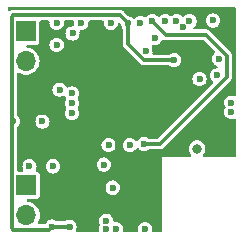
<source format=gbr>
%TF.GenerationSoftware,KiCad,Pcbnew,7.0.10*%
%TF.CreationDate,2024-03-11T17:01:08-07:00*%
%TF.ProjectId,P2.0,50322e30-2e6b-4696-9361-645f70636258,rev?*%
%TF.SameCoordinates,Original*%
%TF.FileFunction,Copper,L3,Inr*%
%TF.FilePolarity,Positive*%
%FSLAX46Y46*%
G04 Gerber Fmt 4.6, Leading zero omitted, Abs format (unit mm)*
G04 Created by KiCad (PCBNEW 7.0.10) date 2024-03-11 17:01:08*
%MOMM*%
%LPD*%
G01*
G04 APERTURE LIST*
%TA.AperFunction,ComponentPad*%
%ADD10R,1.700000X1.700000*%
%TD*%
%TA.AperFunction,ComponentPad*%
%ADD11O,1.700000X1.700000*%
%TD*%
%TA.AperFunction,ViaPad*%
%ADD12C,0.600000*%
%TD*%
%TA.AperFunction,ViaPad*%
%ADD13C,0.800000*%
%TD*%
%TA.AperFunction,Conductor*%
%ADD14C,0.300000*%
%TD*%
G04 APERTURE END LIST*
D10*
%TO.N,/EEG-*%
%TO.C,J1*%
X76500000Y-51750000D03*
D11*
%TO.N,/EEG+*%
X76500000Y-54290000D03*
%TD*%
D10*
%TO.N,Net-(BT1-+)*%
%TO.C,BT1*%
X76525000Y-64800000D03*
D11*
%TO.N,GND*%
X76525000Y-67340000D03*
%TD*%
D12*
%TO.N,GND*%
X87450000Y-52300000D03*
X83850000Y-65000000D03*
X83500000Y-61400000D03*
X86650000Y-53400000D03*
X88300000Y-50900000D03*
X77900000Y-59400000D03*
X90350000Y-50900000D03*
X92850000Y-54100000D03*
X79350000Y-56700000D03*
X83700000Y-51050000D03*
X78800000Y-63200000D03*
X80400000Y-58700000D03*
X93900000Y-58600000D03*
X85300000Y-61400000D03*
X89800000Y-51400000D03*
X92350000Y-50850000D03*
X89250000Y-50900000D03*
X76800000Y-63200000D03*
X79100000Y-51050000D03*
X83300000Y-68500000D03*
X86200000Y-51050000D03*
D13*
X91000000Y-61700000D03*
D12*
X84100000Y-68500000D03*
X83300000Y-67800000D03*
X83100000Y-63050000D03*
X79100000Y-52900000D03*
X80450000Y-51950000D03*
X81200000Y-51050000D03*
X91200000Y-55800000D03*
X86600000Y-68500000D03*
%TO.N,+3V3*%
X84300000Y-61400000D03*
X90200000Y-60100000D03*
X83900000Y-64000000D03*
X87450000Y-53300000D03*
X77050000Y-55750000D03*
X80400000Y-59500000D03*
X77950000Y-55750000D03*
X85200000Y-64000000D03*
X80250000Y-52900000D03*
%TO.N,Net-(C3-Pad2)*%
X93900000Y-57800000D03*
%TO.N,Net-(C5-Pad1)*%
X87200000Y-50900000D03*
X86500000Y-61300000D03*
%TO.N,Net-(U2-IN2-)*%
X92700000Y-55500000D03*
%TO.N,STAGE_3_OUT*%
X80400000Y-57025000D03*
X80400000Y-57875000D03*
%TO.N,-3V3*%
X89050000Y-54200000D03*
X85150000Y-51100000D03*
X80200000Y-68300000D03*
X75400000Y-59400000D03*
X78700000Y-68300000D03*
%TD*%
D14*
%TO.N,Net-(C5-Pad1)*%
X87819239Y-61300000D02*
X86500000Y-61300000D01*
X93500000Y-55619239D02*
X87819239Y-61300000D01*
X91719239Y-52050000D02*
X93500000Y-53830761D01*
X93500000Y-53830761D02*
X93500000Y-55619239D01*
X88350000Y-52050000D02*
X91719239Y-52050000D01*
X87200000Y-50900000D02*
X88350000Y-52050000D01*
%TO.N,-3V3*%
X84450000Y-50400000D02*
X85150000Y-51100000D01*
X75300000Y-68450000D02*
X75300000Y-59500000D01*
X75300000Y-59500000D02*
X75400000Y-59400000D01*
X75450000Y-50400000D02*
X84450000Y-50400000D01*
X75400000Y-68550000D02*
X75300000Y-68450000D01*
X86530761Y-54200000D02*
X89050000Y-54200000D01*
X78700000Y-68300000D02*
X80200000Y-68300000D01*
X75300000Y-50550000D02*
X75450000Y-50400000D01*
X75400000Y-59400000D02*
X75300000Y-59300000D01*
X78450000Y-68550000D02*
X75400000Y-68550000D01*
X75300000Y-59300000D02*
X75300000Y-50550000D01*
X78700000Y-68300000D02*
X78450000Y-68550000D01*
X85150000Y-51100000D02*
X85150000Y-52819239D01*
X85150000Y-52819239D02*
X86530761Y-54200000D01*
%TD*%
%TA.AperFunction,Conductor*%
%TO.N,+3V3*%
G36*
X75435500Y-49710509D02*
G01*
X75451993Y-49702359D01*
X75473387Y-49700500D01*
X84381162Y-49700500D01*
X84400419Y-49706154D01*
X84403558Y-49704300D01*
X84434019Y-49700500D01*
X94175500Y-49700500D01*
X94242539Y-49720185D01*
X94288294Y-49772989D01*
X94299500Y-49824500D01*
X94299500Y-57129922D01*
X94279815Y-57196961D01*
X94227011Y-57242716D01*
X94157853Y-57252660D01*
X94128048Y-57244483D01*
X94056765Y-57214957D01*
X94056760Y-57214955D01*
X93900001Y-57194318D01*
X93899999Y-57194318D01*
X93743239Y-57214955D01*
X93743237Y-57214956D01*
X93597160Y-57275463D01*
X93471718Y-57371718D01*
X93375463Y-57497160D01*
X93314956Y-57643237D01*
X93314955Y-57643239D01*
X93294318Y-57799998D01*
X93294318Y-57800001D01*
X93314955Y-57956760D01*
X93314956Y-57956762D01*
X93375464Y-58102841D01*
X93392095Y-58124516D01*
X93417287Y-58189686D01*
X93403247Y-58258130D01*
X93392095Y-58275484D01*
X93375464Y-58297158D01*
X93314956Y-58443237D01*
X93314955Y-58443239D01*
X93294318Y-58599998D01*
X93294318Y-58600001D01*
X93314955Y-58756760D01*
X93314956Y-58756762D01*
X93356376Y-58856760D01*
X93375464Y-58902841D01*
X93471718Y-59028282D01*
X93597159Y-59124536D01*
X93743238Y-59185044D01*
X93821619Y-59195363D01*
X93899999Y-59205682D01*
X93900000Y-59205682D01*
X93900001Y-59205682D01*
X93952254Y-59198802D01*
X94056762Y-59185044D01*
X94128049Y-59155515D01*
X94197516Y-59148047D01*
X94259995Y-59179322D01*
X94295648Y-59239410D01*
X94299500Y-59270077D01*
X94299500Y-62263500D01*
X94279815Y-62330539D01*
X94227011Y-62376294D01*
X94175500Y-62387500D01*
X91607300Y-62387500D01*
X91540261Y-62367815D01*
X91494506Y-62315011D01*
X91484562Y-62245853D01*
X91513587Y-62182297D01*
X91525072Y-62170686D01*
X91528181Y-62167931D01*
X91528181Y-62167930D01*
X91528183Y-62167929D01*
X91624818Y-62027930D01*
X91685140Y-61868872D01*
X91705645Y-61700000D01*
X91685140Y-61531128D01*
X91624818Y-61372070D01*
X91528183Y-61232071D01*
X91400852Y-61119266D01*
X91400849Y-61119263D01*
X91250226Y-61040210D01*
X91085056Y-60999500D01*
X90914944Y-60999500D01*
X90749773Y-61040210D01*
X90599150Y-61119263D01*
X90471816Y-61232072D01*
X90375182Y-61372068D01*
X90314860Y-61531125D01*
X90314859Y-61531130D01*
X90294355Y-61700000D01*
X90314859Y-61868869D01*
X90314860Y-61868874D01*
X90375182Y-62027931D01*
X90471818Y-62167931D01*
X90474928Y-62170686D01*
X90476550Y-62173271D01*
X90476791Y-62173544D01*
X90476745Y-62173584D01*
X90512054Y-62229876D01*
X90511286Y-62299741D01*
X90472867Y-62358100D01*
X90408996Y-62386425D01*
X90392700Y-62387500D01*
X88000000Y-62387500D01*
X88000000Y-68675500D01*
X87980315Y-68742539D01*
X87927511Y-68788294D01*
X87876000Y-68799500D01*
X87307647Y-68799500D01*
X87240608Y-68779815D01*
X87194853Y-68727011D01*
X87184708Y-68659315D01*
X87205682Y-68500001D01*
X87205682Y-68499998D01*
X87185044Y-68343239D01*
X87185044Y-68343238D01*
X87124536Y-68197159D01*
X87028282Y-68071718D01*
X86902841Y-67975464D01*
X86860324Y-67957853D01*
X86756762Y-67914956D01*
X86756760Y-67914955D01*
X86600001Y-67894318D01*
X86599999Y-67894318D01*
X86443239Y-67914955D01*
X86443237Y-67914956D01*
X86297160Y-67975463D01*
X86171718Y-68071718D01*
X86075463Y-68197160D01*
X86014956Y-68343237D01*
X86014955Y-68343239D01*
X85994318Y-68499998D01*
X85994318Y-68500001D01*
X86015292Y-68659315D01*
X86004526Y-68728350D01*
X85958146Y-68780606D01*
X85892353Y-68799500D01*
X84807647Y-68799500D01*
X84740608Y-68779815D01*
X84694853Y-68727011D01*
X84684708Y-68659315D01*
X84705682Y-68500001D01*
X84705682Y-68499998D01*
X84685044Y-68343239D01*
X84685044Y-68343238D01*
X84624536Y-68197159D01*
X84528282Y-68071718D01*
X84402841Y-67975464D01*
X84360324Y-67957853D01*
X84256762Y-67914956D01*
X84256760Y-67914955D01*
X84100001Y-67894318D01*
X84099999Y-67894318D01*
X84044137Y-67901672D01*
X83975101Y-67890906D01*
X83922846Y-67844526D01*
X83905013Y-67794918D01*
X83885044Y-67643239D01*
X83885044Y-67643238D01*
X83824536Y-67497159D01*
X83728282Y-67371718D01*
X83602841Y-67275464D01*
X83456762Y-67214956D01*
X83456760Y-67214955D01*
X83300001Y-67194318D01*
X83299999Y-67194318D01*
X83143239Y-67214955D01*
X83143237Y-67214956D01*
X82997160Y-67275463D01*
X82871718Y-67371718D01*
X82775463Y-67497160D01*
X82714956Y-67643237D01*
X82714955Y-67643239D01*
X82694318Y-67799998D01*
X82694318Y-67800001D01*
X82714955Y-67956760D01*
X82714957Y-67956765D01*
X82775342Y-68102548D01*
X82782811Y-68172017D01*
X82775342Y-68197452D01*
X82714957Y-68343234D01*
X82714955Y-68343239D01*
X82694318Y-68499998D01*
X82694318Y-68500001D01*
X82715292Y-68659315D01*
X82704526Y-68728350D01*
X82658146Y-68780606D01*
X82592353Y-68799500D01*
X80825082Y-68799500D01*
X80758043Y-68779815D01*
X80712288Y-68727011D01*
X80702344Y-68657853D01*
X80722141Y-68610845D01*
X80720472Y-68609881D01*
X80724534Y-68602843D01*
X80724536Y-68602841D01*
X80785044Y-68456762D01*
X80805682Y-68300000D01*
X80785044Y-68143238D01*
X80724536Y-67997159D01*
X80628282Y-67871718D01*
X80502841Y-67775464D01*
X80356762Y-67714956D01*
X80356760Y-67714955D01*
X80200001Y-67694318D01*
X80199999Y-67694318D01*
X80043239Y-67714955D01*
X80043237Y-67714956D01*
X79897157Y-67775464D01*
X79834067Y-67823876D01*
X79768898Y-67849070D01*
X79758581Y-67849500D01*
X79141419Y-67849500D01*
X79074380Y-67829815D01*
X79065933Y-67823876D01*
X79002842Y-67775464D01*
X78856762Y-67714956D01*
X78856760Y-67714955D01*
X78700001Y-67694318D01*
X78699999Y-67694318D01*
X78543239Y-67714955D01*
X78543237Y-67714956D01*
X78397160Y-67775463D01*
X78271718Y-67871718D01*
X78175462Y-67997161D01*
X78164780Y-68022952D01*
X78120939Y-68077356D01*
X78054645Y-68099421D01*
X78050219Y-68099500D01*
X77632322Y-68099500D01*
X77565283Y-68079815D01*
X77519528Y-68027011D01*
X77509584Y-67957853D01*
X77521321Y-67920229D01*
X77535922Y-67890906D01*
X77602405Y-67757389D01*
X77660756Y-67552310D01*
X77680429Y-67340000D01*
X77660756Y-67127690D01*
X77602405Y-66922611D01*
X77602403Y-66922606D01*
X77602403Y-66922605D01*
X77507367Y-66731746D01*
X77378872Y-66561593D01*
X77221302Y-66417948D01*
X77040019Y-66305702D01*
X77040017Y-66305701D01*
X76880083Y-66243743D01*
X76841198Y-66228679D01*
X76668453Y-66196387D01*
X76606174Y-66164720D01*
X76570901Y-66104407D01*
X76573835Y-66034599D01*
X76614044Y-65977459D01*
X76678762Y-65951128D01*
X76691240Y-65950499D01*
X77419856Y-65950499D01*
X77419864Y-65950499D01*
X77419879Y-65950497D01*
X77419882Y-65950497D01*
X77444987Y-65947586D01*
X77444988Y-65947585D01*
X77444991Y-65947585D01*
X77547765Y-65902206D01*
X77627206Y-65822765D01*
X77672585Y-65719991D01*
X77675500Y-65694865D01*
X77675500Y-65000001D01*
X83244318Y-65000001D01*
X83264955Y-65156760D01*
X83264956Y-65156762D01*
X83325464Y-65302841D01*
X83421718Y-65428282D01*
X83547159Y-65524536D01*
X83693238Y-65585044D01*
X83771619Y-65595363D01*
X83849999Y-65605682D01*
X83850000Y-65605682D01*
X83850001Y-65605682D01*
X83902254Y-65598802D01*
X84006762Y-65585044D01*
X84152841Y-65524536D01*
X84278282Y-65428282D01*
X84374536Y-65302841D01*
X84435044Y-65156762D01*
X84455682Y-65000000D01*
X84435044Y-64843238D01*
X84374536Y-64697159D01*
X84278282Y-64571718D01*
X84152841Y-64475464D01*
X84006762Y-64414956D01*
X84006760Y-64414955D01*
X83850001Y-64394318D01*
X83849999Y-64394318D01*
X83693239Y-64414955D01*
X83693237Y-64414956D01*
X83547160Y-64475463D01*
X83421718Y-64571718D01*
X83325463Y-64697160D01*
X83264956Y-64843237D01*
X83264955Y-64843239D01*
X83244318Y-64999998D01*
X83244318Y-65000001D01*
X77675500Y-65000001D01*
X77675499Y-63905136D01*
X77675497Y-63905117D01*
X77672586Y-63880012D01*
X77672585Y-63880010D01*
X77672585Y-63880009D01*
X77627206Y-63777235D01*
X77547765Y-63697794D01*
X77444993Y-63652415D01*
X77444986Y-63652413D01*
X77434046Y-63651144D01*
X77369723Y-63623862D01*
X77330361Y-63566135D01*
X77328457Y-63496291D01*
X77333772Y-63480542D01*
X77385044Y-63356762D01*
X77405682Y-63200001D01*
X78194318Y-63200001D01*
X78214955Y-63356760D01*
X78214956Y-63356762D01*
X78275464Y-63502841D01*
X78371718Y-63628282D01*
X78497159Y-63724536D01*
X78643238Y-63785044D01*
X78721619Y-63795363D01*
X78799999Y-63805682D01*
X78800000Y-63805682D01*
X78800001Y-63805682D01*
X78852254Y-63798802D01*
X78956762Y-63785044D01*
X79102841Y-63724536D01*
X79228282Y-63628282D01*
X79324536Y-63502841D01*
X79385044Y-63356762D01*
X79405682Y-63200000D01*
X79385934Y-63050001D01*
X82494318Y-63050001D01*
X82514955Y-63206760D01*
X82514956Y-63206762D01*
X82575464Y-63352841D01*
X82671718Y-63478282D01*
X82797159Y-63574536D01*
X82943238Y-63635044D01*
X83021619Y-63645363D01*
X83099999Y-63655682D01*
X83100000Y-63655682D01*
X83100001Y-63655682D01*
X83176216Y-63645648D01*
X83256762Y-63635044D01*
X83402841Y-63574536D01*
X83528282Y-63478282D01*
X83624536Y-63352841D01*
X83685044Y-63206762D01*
X83705682Y-63050000D01*
X83685044Y-62893238D01*
X83624536Y-62747159D01*
X83528282Y-62621718D01*
X83402841Y-62525464D01*
X83256762Y-62464956D01*
X83256760Y-62464955D01*
X83100001Y-62444318D01*
X83099999Y-62444318D01*
X82943239Y-62464955D01*
X82943237Y-62464956D01*
X82797160Y-62525463D01*
X82671718Y-62621718D01*
X82575463Y-62747160D01*
X82514956Y-62893237D01*
X82514955Y-62893239D01*
X82494318Y-63049998D01*
X82494318Y-63050001D01*
X79385934Y-63050001D01*
X79385044Y-63043238D01*
X79324536Y-62897159D01*
X79228282Y-62771718D01*
X79102841Y-62675464D01*
X78956762Y-62614956D01*
X78956760Y-62614955D01*
X78800001Y-62594318D01*
X78799999Y-62594318D01*
X78643239Y-62614955D01*
X78643237Y-62614956D01*
X78497160Y-62675463D01*
X78371718Y-62771718D01*
X78275463Y-62897160D01*
X78214956Y-63043237D01*
X78214955Y-63043239D01*
X78194318Y-63199998D01*
X78194318Y-63200001D01*
X77405682Y-63200001D01*
X77405682Y-63200000D01*
X77385044Y-63043238D01*
X77324536Y-62897159D01*
X77228282Y-62771718D01*
X77102841Y-62675464D01*
X76956762Y-62614956D01*
X76956760Y-62614955D01*
X76800001Y-62594318D01*
X76799999Y-62594318D01*
X76643239Y-62614955D01*
X76643237Y-62614956D01*
X76497160Y-62675463D01*
X76371718Y-62771718D01*
X76275463Y-62897160D01*
X76214956Y-63043237D01*
X76214955Y-63043239D01*
X76194318Y-63199998D01*
X76194318Y-63200001D01*
X76214955Y-63356760D01*
X76214956Y-63356762D01*
X76265194Y-63478047D01*
X76272663Y-63547517D01*
X76241388Y-63609996D01*
X76181299Y-63645648D01*
X76150633Y-63649500D01*
X75874500Y-63649500D01*
X75807461Y-63629815D01*
X75761706Y-63577011D01*
X75750500Y-63525500D01*
X75750500Y-61400001D01*
X82894318Y-61400001D01*
X82914955Y-61556760D01*
X82914956Y-61556762D01*
X82975207Y-61702222D01*
X82975464Y-61702841D01*
X83071718Y-61828282D01*
X83197159Y-61924536D01*
X83343238Y-61985044D01*
X83421619Y-61995363D01*
X83499999Y-62005682D01*
X83500000Y-62005682D01*
X83500001Y-62005682D01*
X83552254Y-61998802D01*
X83656762Y-61985044D01*
X83802841Y-61924536D01*
X83928282Y-61828282D01*
X84024536Y-61702841D01*
X84085044Y-61556762D01*
X84105682Y-61400000D01*
X84085044Y-61243238D01*
X84024536Y-61097159D01*
X83928282Y-60971718D01*
X83802841Y-60875464D01*
X83793797Y-60871718D01*
X83656762Y-60814956D01*
X83656760Y-60814955D01*
X83500001Y-60794318D01*
X83499999Y-60794318D01*
X83343239Y-60814955D01*
X83343237Y-60814956D01*
X83197160Y-60875463D01*
X83071718Y-60971718D01*
X82975463Y-61097160D01*
X82914956Y-61243237D01*
X82914955Y-61243239D01*
X82894318Y-61399998D01*
X82894318Y-61400001D01*
X75750500Y-61400001D01*
X75750500Y-59949115D01*
X75770185Y-59882076D01*
X75799011Y-59850742D01*
X75828282Y-59828282D01*
X75924536Y-59702841D01*
X75985044Y-59556762D01*
X76005682Y-59400001D01*
X77294318Y-59400001D01*
X77314955Y-59556760D01*
X77314956Y-59556762D01*
X77375464Y-59702841D01*
X77471718Y-59828282D01*
X77597159Y-59924536D01*
X77743238Y-59985044D01*
X77821619Y-59995363D01*
X77899999Y-60005682D01*
X77900000Y-60005682D01*
X77900001Y-60005682D01*
X77952254Y-59998802D01*
X78056762Y-59985044D01*
X78202841Y-59924536D01*
X78328282Y-59828282D01*
X78424536Y-59702841D01*
X78485044Y-59556762D01*
X78505682Y-59400000D01*
X78485044Y-59243238D01*
X78424536Y-59097159D01*
X78328282Y-58971718D01*
X78202841Y-58875464D01*
X78157690Y-58856762D01*
X78056762Y-58814956D01*
X78056760Y-58814955D01*
X77900001Y-58794318D01*
X77899999Y-58794318D01*
X77743239Y-58814955D01*
X77743237Y-58814956D01*
X77597160Y-58875463D01*
X77471718Y-58971718D01*
X77375463Y-59097160D01*
X77314956Y-59243237D01*
X77314955Y-59243239D01*
X77294318Y-59399998D01*
X77294318Y-59400001D01*
X76005682Y-59400001D01*
X76005682Y-59400000D01*
X75985044Y-59243238D01*
X75924536Y-59097159D01*
X75828282Y-58971718D01*
X75828279Y-58971716D01*
X75828278Y-58971714D01*
X75799013Y-58949258D01*
X75757811Y-58892830D01*
X75750500Y-58850883D01*
X75750500Y-56700001D01*
X78744318Y-56700001D01*
X78764955Y-56856760D01*
X78764956Y-56856762D01*
X78825464Y-57002841D01*
X78921718Y-57128282D01*
X79047159Y-57224536D01*
X79193238Y-57285044D01*
X79271619Y-57295363D01*
X79349999Y-57305682D01*
X79350000Y-57305682D01*
X79350001Y-57305682D01*
X79402254Y-57298802D01*
X79506762Y-57285044D01*
X79652841Y-57224536D01*
X79661095Y-57218202D01*
X79726260Y-57193007D01*
X79794705Y-57207043D01*
X79844697Y-57255855D01*
X79851143Y-57269125D01*
X79875463Y-57327840D01*
X79911277Y-57374515D01*
X79936470Y-57439684D01*
X79922431Y-57508129D01*
X79911277Y-57525485D01*
X79875464Y-57572158D01*
X79814956Y-57718237D01*
X79814955Y-57718239D01*
X79794318Y-57874998D01*
X79794318Y-57875001D01*
X79814955Y-58031760D01*
X79814956Y-58031762D01*
X79875464Y-58177841D01*
X79884553Y-58189686D01*
X79901686Y-58212014D01*
X79926879Y-58277184D01*
X79912840Y-58345629D01*
X79901686Y-58362986D01*
X79875463Y-58397160D01*
X79814956Y-58543237D01*
X79814955Y-58543239D01*
X79794318Y-58699998D01*
X79794318Y-58700001D01*
X79814955Y-58856760D01*
X79814956Y-58856762D01*
X79875464Y-59002841D01*
X79971718Y-59128282D01*
X80097159Y-59224536D01*
X80243238Y-59285044D01*
X80321619Y-59295363D01*
X80399999Y-59305682D01*
X80400000Y-59305682D01*
X80400001Y-59305682D01*
X80452254Y-59298802D01*
X80556762Y-59285044D01*
X80702841Y-59224536D01*
X80828282Y-59128282D01*
X80924536Y-59002841D01*
X80985044Y-58856762D01*
X81005682Y-58700000D01*
X80985044Y-58543238D01*
X80924538Y-58397163D01*
X80924538Y-58397162D01*
X80924536Y-58397159D01*
X80898313Y-58362985D01*
X80873120Y-58297818D01*
X80887158Y-58229373D01*
X80898310Y-58212018D01*
X80924536Y-58177841D01*
X80985044Y-58031762D01*
X81005682Y-57875000D01*
X80985044Y-57718238D01*
X80924536Y-57572159D01*
X80924535Y-57572157D01*
X80888723Y-57525487D01*
X80863528Y-57460318D01*
X80877566Y-57391873D01*
X80888723Y-57374513D01*
X80924535Y-57327842D01*
X80924534Y-57327842D01*
X80924536Y-57327841D01*
X80985044Y-57181762D01*
X81005682Y-57025000D01*
X81002764Y-57002839D01*
X80985044Y-56868239D01*
X80985044Y-56868238D01*
X80924536Y-56722159D01*
X80828282Y-56596718D01*
X80702841Y-56500464D01*
X80556762Y-56439956D01*
X80556760Y-56439955D01*
X80400001Y-56419318D01*
X80399999Y-56419318D01*
X80243239Y-56439955D01*
X80243237Y-56439956D01*
X80097156Y-56500465D01*
X80088900Y-56506800D01*
X80023730Y-56531992D01*
X79955286Y-56517952D01*
X79905298Y-56469136D01*
X79898862Y-56455889D01*
X79874536Y-56397159D01*
X79778282Y-56271718D01*
X79652841Y-56175464D01*
X79506762Y-56114956D01*
X79506760Y-56114955D01*
X79350001Y-56094318D01*
X79349999Y-56094318D01*
X79193239Y-56114955D01*
X79193237Y-56114956D01*
X79047160Y-56175463D01*
X78921718Y-56271718D01*
X78825463Y-56397160D01*
X78764956Y-56543237D01*
X78764955Y-56543239D01*
X78744318Y-56699998D01*
X78744318Y-56700001D01*
X75750500Y-56700001D01*
X75750500Y-55800001D01*
X90594318Y-55800001D01*
X90614955Y-55956760D01*
X90614956Y-55956762D01*
X90671933Y-56094318D01*
X90675464Y-56102841D01*
X90771718Y-56228282D01*
X90897159Y-56324536D01*
X91043238Y-56385044D01*
X91121619Y-56395363D01*
X91199999Y-56405682D01*
X91200000Y-56405682D01*
X91200001Y-56405682D01*
X91264739Y-56397159D01*
X91356762Y-56385044D01*
X91502841Y-56324536D01*
X91628282Y-56228282D01*
X91724536Y-56102841D01*
X91785044Y-55956762D01*
X91805682Y-55800000D01*
X91785044Y-55643238D01*
X91724536Y-55497159D01*
X91628282Y-55371718D01*
X91502841Y-55275464D01*
X91356762Y-55214956D01*
X91356760Y-55214955D01*
X91200001Y-55194318D01*
X91199999Y-55194318D01*
X91043239Y-55214955D01*
X91043237Y-55214956D01*
X90897160Y-55275463D01*
X90771718Y-55371718D01*
X90675463Y-55497160D01*
X90614956Y-55643237D01*
X90614955Y-55643239D01*
X90594318Y-55799998D01*
X90594318Y-55800001D01*
X75750500Y-55800001D01*
X75750500Y-55401736D01*
X75770185Y-55334697D01*
X75822989Y-55288942D01*
X75892147Y-55278998D01*
X75939776Y-55296308D01*
X75984981Y-55324298D01*
X76183802Y-55401321D01*
X76393390Y-55440500D01*
X76393392Y-55440500D01*
X76606608Y-55440500D01*
X76606610Y-55440500D01*
X76816198Y-55401321D01*
X77015019Y-55324298D01*
X77196302Y-55212052D01*
X77353872Y-55068407D01*
X77482366Y-54898255D01*
X77508755Y-54845258D01*
X77577403Y-54707394D01*
X77577403Y-54707393D01*
X77577405Y-54707389D01*
X77635756Y-54502310D01*
X77655429Y-54290000D01*
X77635756Y-54077690D01*
X77577405Y-53872611D01*
X77577403Y-53872606D01*
X77577403Y-53872605D01*
X77482367Y-53681746D01*
X77353872Y-53511593D01*
X77313260Y-53474570D01*
X77196302Y-53367948D01*
X77015019Y-53255702D01*
X77015017Y-53255701D01*
X76878568Y-53202841D01*
X76816198Y-53178679D01*
X76643453Y-53146387D01*
X76581174Y-53114720D01*
X76545901Y-53054407D01*
X76548835Y-52984599D01*
X76589044Y-52927459D01*
X76653762Y-52901128D01*
X76666240Y-52900499D01*
X77394856Y-52900499D01*
X77394864Y-52900499D01*
X77394879Y-52900497D01*
X77394882Y-52900497D01*
X77399160Y-52900001D01*
X78494318Y-52900001D01*
X78514955Y-53056760D01*
X78514956Y-53056762D01*
X78546753Y-53133528D01*
X78575464Y-53202841D01*
X78671718Y-53328282D01*
X78797159Y-53424536D01*
X78943238Y-53485044D01*
X79021619Y-53495363D01*
X79099999Y-53505682D01*
X79100000Y-53505682D01*
X79100001Y-53505682D01*
X79152254Y-53498802D01*
X79256762Y-53485044D01*
X79402841Y-53424536D01*
X79528282Y-53328282D01*
X79624536Y-53202841D01*
X79685044Y-53056762D01*
X79704934Y-52905682D01*
X79705682Y-52900001D01*
X79705682Y-52899998D01*
X79685044Y-52743239D01*
X79685044Y-52743238D01*
X79624536Y-52597159D01*
X79528282Y-52471718D01*
X79402841Y-52375464D01*
X79256762Y-52314956D01*
X79256760Y-52314955D01*
X79100001Y-52294318D01*
X79099999Y-52294318D01*
X78943239Y-52314955D01*
X78943237Y-52314956D01*
X78797160Y-52375463D01*
X78671718Y-52471718D01*
X78575463Y-52597160D01*
X78514956Y-52743237D01*
X78514955Y-52743239D01*
X78494318Y-52899998D01*
X78494318Y-52900001D01*
X77399160Y-52900001D01*
X77419987Y-52897586D01*
X77419988Y-52897585D01*
X77419991Y-52897585D01*
X77522765Y-52852206D01*
X77602206Y-52772765D01*
X77647585Y-52669991D01*
X77650500Y-52644865D01*
X77650499Y-50974499D01*
X77670184Y-50907461D01*
X77722987Y-50861706D01*
X77774499Y-50850500D01*
X78379188Y-50850500D01*
X78446227Y-50870185D01*
X78491982Y-50922989D01*
X78502126Y-50990685D01*
X78494318Y-51050000D01*
X78494318Y-51050001D01*
X78514955Y-51206760D01*
X78514956Y-51206762D01*
X78573355Y-51347751D01*
X78575464Y-51352841D01*
X78671718Y-51478282D01*
X78797159Y-51574536D01*
X78943238Y-51635044D01*
X78977298Y-51639528D01*
X79099999Y-51655682D01*
X79100000Y-51655682D01*
X79100001Y-51655682D01*
X79164739Y-51647159D01*
X79256762Y-51635044D01*
X79402841Y-51574536D01*
X79528282Y-51478282D01*
X79624536Y-51352841D01*
X79685044Y-51206762D01*
X79700564Y-51088875D01*
X79705682Y-51050001D01*
X79705682Y-51050000D01*
X79697873Y-50990685D01*
X79708638Y-50921650D01*
X79755018Y-50869394D01*
X79820812Y-50850500D01*
X80479188Y-50850500D01*
X80546227Y-50870185D01*
X80591982Y-50922989D01*
X80602126Y-50990685D01*
X80594318Y-51050000D01*
X80594318Y-51050001D01*
X80615201Y-51208627D01*
X80604435Y-51277662D01*
X80558055Y-51329918D01*
X80490786Y-51348803D01*
X80476077Y-51347751D01*
X80450001Y-51344318D01*
X80449999Y-51344318D01*
X80293239Y-51364955D01*
X80293237Y-51364956D01*
X80147160Y-51425463D01*
X80021718Y-51521718D01*
X79925463Y-51647160D01*
X79864956Y-51793237D01*
X79864955Y-51793239D01*
X79844318Y-51949998D01*
X79844318Y-51950001D01*
X79864955Y-52106760D01*
X79864956Y-52106762D01*
X79925464Y-52252841D01*
X80021718Y-52378282D01*
X80147159Y-52474536D01*
X80293238Y-52535044D01*
X80306721Y-52536819D01*
X80449999Y-52555682D01*
X80450000Y-52555682D01*
X80450001Y-52555682D01*
X80502254Y-52548802D01*
X80606762Y-52535044D01*
X80752841Y-52474536D01*
X80878282Y-52378282D01*
X80974536Y-52252841D01*
X81035044Y-52106762D01*
X81055682Y-51950000D01*
X81035044Y-51793238D01*
X81035043Y-51793236D01*
X81034798Y-51791373D01*
X81045563Y-51722337D01*
X81091943Y-51670081D01*
X81159212Y-51651196D01*
X81173905Y-51652246D01*
X81200000Y-51655682D01*
X81356762Y-51635044D01*
X81502841Y-51574536D01*
X81628282Y-51478282D01*
X81724536Y-51352841D01*
X81785044Y-51206762D01*
X81800564Y-51088875D01*
X81805682Y-51050001D01*
X81805682Y-51050000D01*
X81797873Y-50990685D01*
X81808638Y-50921650D01*
X81855018Y-50869394D01*
X81920812Y-50850500D01*
X82979188Y-50850500D01*
X83046227Y-50870185D01*
X83091982Y-50922989D01*
X83102126Y-50990685D01*
X83094318Y-51050000D01*
X83094318Y-51050001D01*
X83114955Y-51206760D01*
X83114956Y-51206762D01*
X83173355Y-51347751D01*
X83175464Y-51352841D01*
X83271718Y-51478282D01*
X83397159Y-51574536D01*
X83543238Y-51635044D01*
X83577298Y-51639528D01*
X83699999Y-51655682D01*
X83700000Y-51655682D01*
X83700001Y-51655682D01*
X83764739Y-51647159D01*
X83856762Y-51635044D01*
X84002841Y-51574536D01*
X84128282Y-51478282D01*
X84224536Y-51352841D01*
X84285044Y-51206762D01*
X84291151Y-51160370D01*
X84319417Y-51096475D01*
X84377741Y-51058003D01*
X84447606Y-51057171D01*
X84501771Y-51088875D01*
X84519317Y-51106421D01*
X84552802Y-51167744D01*
X84554575Y-51177916D01*
X84564956Y-51256762D01*
X84625461Y-51402836D01*
X84625464Y-51402841D01*
X84673876Y-51465933D01*
X84699070Y-51531102D01*
X84699500Y-51541419D01*
X84699500Y-52786977D01*
X84698720Y-52800862D01*
X84694729Y-52836275D01*
X84705355Y-52892435D01*
X84706132Y-52897004D01*
X84714652Y-52953530D01*
X84717162Y-52961666D01*
X84719976Y-52969709D01*
X84719976Y-52969710D01*
X84719977Y-52969711D01*
X84746123Y-53019182D01*
X84746688Y-53020250D01*
X84748776Y-53024388D01*
X84773574Y-53075880D01*
X84778362Y-53082904D01*
X84783431Y-53089771D01*
X84783434Y-53089777D01*
X84783438Y-53089781D01*
X84823846Y-53130189D01*
X84827063Y-53133528D01*
X84865947Y-53175435D01*
X84873210Y-53181227D01*
X84872689Y-53181880D01*
X84884930Y-53191273D01*
X86189391Y-54495733D01*
X86198656Y-54506100D01*
X86220882Y-54533970D01*
X86220884Y-54533972D01*
X86268124Y-54566180D01*
X86271906Y-54568863D01*
X86317879Y-54602793D01*
X86325415Y-54606776D01*
X86333080Y-54610467D01*
X86333088Y-54610472D01*
X86357949Y-54618140D01*
X86387741Y-54627330D01*
X86392132Y-54628774D01*
X86446062Y-54647646D01*
X86446066Y-54647646D01*
X86454440Y-54649230D01*
X86462857Y-54650499D01*
X86462859Y-54650500D01*
X86520023Y-54650500D01*
X86524659Y-54650586D01*
X86581771Y-54652724D01*
X86591005Y-54651684D01*
X86591098Y-54652513D01*
X86606397Y-54650500D01*
X88608581Y-54650500D01*
X88675620Y-54670185D01*
X88684067Y-54676124D01*
X88747157Y-54724535D01*
X88747158Y-54724535D01*
X88747159Y-54724536D01*
X88893238Y-54785044D01*
X88971619Y-54795363D01*
X89049999Y-54805682D01*
X89050000Y-54805682D01*
X89050001Y-54805682D01*
X89102254Y-54798802D01*
X89206762Y-54785044D01*
X89352841Y-54724536D01*
X89478282Y-54628282D01*
X89574536Y-54502841D01*
X89635044Y-54356762D01*
X89655682Y-54200000D01*
X89635044Y-54043238D01*
X89574536Y-53897159D01*
X89478282Y-53771718D01*
X89352841Y-53675464D01*
X89343797Y-53671718D01*
X89206762Y-53614956D01*
X89206760Y-53614955D01*
X89050001Y-53594318D01*
X89049999Y-53594318D01*
X88893239Y-53614955D01*
X88893237Y-53614956D01*
X88747157Y-53675464D01*
X88684067Y-53723876D01*
X88618898Y-53749070D01*
X88608581Y-53749500D01*
X87340788Y-53749500D01*
X87273749Y-53729815D01*
X87227994Y-53677011D01*
X87218050Y-53607853D01*
X87226227Y-53578047D01*
X87227854Y-53574119D01*
X87235044Y-53556762D01*
X87255682Y-53400000D01*
X87235044Y-53243238D01*
X87174536Y-53097159D01*
X87161301Y-53079911D01*
X87136107Y-53014744D01*
X87150145Y-52946299D01*
X87198958Y-52896308D01*
X87267049Y-52880644D01*
X87291774Y-52884651D01*
X87293230Y-52885040D01*
X87293238Y-52885044D01*
X87410616Y-52900497D01*
X87449999Y-52905682D01*
X87450000Y-52905682D01*
X87450001Y-52905682D01*
X87502254Y-52898802D01*
X87606762Y-52885044D01*
X87752841Y-52824536D01*
X87878282Y-52728282D01*
X87974536Y-52602841D01*
X88003759Y-52532289D01*
X88047597Y-52477890D01*
X88113891Y-52455825D01*
X88154863Y-52461254D01*
X88188788Y-52471718D01*
X88206981Y-52477330D01*
X88211371Y-52478774D01*
X88265301Y-52497646D01*
X88265305Y-52497646D01*
X88273698Y-52499234D01*
X88282095Y-52500500D01*
X88282098Y-52500500D01*
X88339245Y-52500500D01*
X88343883Y-52500587D01*
X88401009Y-52502725D01*
X88401009Y-52502724D01*
X88401010Y-52502725D01*
X88401010Y-52502724D01*
X88410242Y-52501685D01*
X88410335Y-52502513D01*
X88425639Y-52500500D01*
X91481273Y-52500500D01*
X91548312Y-52520185D01*
X91568954Y-52536819D01*
X92481376Y-53449241D01*
X92514861Y-53510564D01*
X92509877Y-53580256D01*
X92469182Y-53635297D01*
X92421720Y-53671715D01*
X92325463Y-53797160D01*
X92264956Y-53943237D01*
X92264955Y-53943239D01*
X92244318Y-54099998D01*
X92244318Y-54100001D01*
X92264955Y-54256760D01*
X92264956Y-54256762D01*
X92306376Y-54356760D01*
X92325464Y-54402841D01*
X92421718Y-54528282D01*
X92547159Y-54624536D01*
X92547160Y-54624536D01*
X92547161Y-54624537D01*
X92557405Y-54628780D01*
X92650499Y-54667341D01*
X92650700Y-54667424D01*
X92705104Y-54711265D01*
X92727169Y-54777559D01*
X92709890Y-54845258D01*
X92658753Y-54892869D01*
X92619435Y-54904924D01*
X92543238Y-54914956D01*
X92543237Y-54914956D01*
X92397160Y-54975463D01*
X92271718Y-55071718D01*
X92175463Y-55197160D01*
X92114956Y-55343237D01*
X92114955Y-55343239D01*
X92094318Y-55499998D01*
X92094318Y-55500001D01*
X92114955Y-55656760D01*
X92114956Y-55656762D01*
X92174287Y-55800001D01*
X92175464Y-55802841D01*
X92271718Y-55928282D01*
X92319181Y-55964702D01*
X92360384Y-56021129D01*
X92364539Y-56090875D01*
X92331376Y-56150758D01*
X87668955Y-60813181D01*
X87607632Y-60846666D01*
X87581274Y-60849500D01*
X86941419Y-60849500D01*
X86874380Y-60829815D01*
X86865933Y-60823876D01*
X86802842Y-60775464D01*
X86656762Y-60714956D01*
X86656760Y-60714955D01*
X86500001Y-60694318D01*
X86499999Y-60694318D01*
X86343239Y-60714955D01*
X86343237Y-60714956D01*
X86197160Y-60775463D01*
X86071718Y-60871718D01*
X85975460Y-60997163D01*
X85971401Y-61004196D01*
X85968774Y-61002679D01*
X85933965Y-61045843D01*
X85867663Y-61067884D01*
X85799970Y-61050580D01*
X85764907Y-61019448D01*
X85745793Y-60994539D01*
X85728282Y-60971718D01*
X85602841Y-60875464D01*
X85593797Y-60871718D01*
X85456762Y-60814956D01*
X85456760Y-60814955D01*
X85300001Y-60794318D01*
X85299999Y-60794318D01*
X85143239Y-60814955D01*
X85143237Y-60814956D01*
X84997160Y-60875463D01*
X84871718Y-60971718D01*
X84775463Y-61097160D01*
X84714956Y-61243237D01*
X84714955Y-61243239D01*
X84694318Y-61399998D01*
X84694318Y-61400001D01*
X84714955Y-61556760D01*
X84714956Y-61556762D01*
X84775207Y-61702222D01*
X84775464Y-61702841D01*
X84871718Y-61828282D01*
X84997159Y-61924536D01*
X85143238Y-61985044D01*
X85221619Y-61995363D01*
X85299999Y-62005682D01*
X85300000Y-62005682D01*
X85300001Y-62005682D01*
X85352254Y-61998802D01*
X85456762Y-61985044D01*
X85602841Y-61924536D01*
X85728282Y-61828282D01*
X85824536Y-61702841D01*
X85824536Y-61702838D01*
X85824539Y-61702836D01*
X85828599Y-61695804D01*
X85831236Y-61697326D01*
X85865964Y-61654205D01*
X85932251Y-61632118D01*
X85999956Y-61649376D01*
X86035092Y-61680551D01*
X86071715Y-61728279D01*
X86071716Y-61728280D01*
X86071718Y-61728282D01*
X86197159Y-61824536D01*
X86343238Y-61885044D01*
X86421619Y-61895363D01*
X86499999Y-61905682D01*
X86500000Y-61905682D01*
X86500001Y-61905682D01*
X86552254Y-61898802D01*
X86656762Y-61885044D01*
X86802841Y-61824536D01*
X86865933Y-61776123D01*
X86931102Y-61750930D01*
X86941419Y-61750500D01*
X87786977Y-61750500D01*
X87800859Y-61751279D01*
X87813660Y-61752722D01*
X87836272Y-61755270D01*
X87836272Y-61755269D01*
X87836274Y-61755270D01*
X87892475Y-61744635D01*
X87896965Y-61743872D01*
X87953526Y-61735348D01*
X87953530Y-61735345D01*
X87961686Y-61732830D01*
X87969708Y-61730024D01*
X87969709Y-61730023D01*
X87969711Y-61730023D01*
X88020327Y-61703270D01*
X88024332Y-61701248D01*
X88075881Y-61676425D01*
X88075882Y-61676423D01*
X88075884Y-61676423D01*
X88082934Y-61671616D01*
X88089773Y-61666567D01*
X88089777Y-61666566D01*
X88130214Y-61626127D01*
X88133500Y-61622961D01*
X88175433Y-61584055D01*
X88175435Y-61584050D01*
X88181226Y-61576790D01*
X88181882Y-61577313D01*
X88191271Y-61565070D01*
X93795744Y-55960596D01*
X93806093Y-55951348D01*
X93833970Y-55929118D01*
X93866198Y-55881846D01*
X93868812Y-55878162D01*
X93902793Y-55832121D01*
X93902793Y-55832118D01*
X93902795Y-55832117D01*
X93906778Y-55824580D01*
X93910468Y-55816916D01*
X93910472Y-55816912D01*
X93927330Y-55762257D01*
X93928761Y-55757907D01*
X93947646Y-55703939D01*
X93947646Y-55703937D01*
X93949228Y-55695575D01*
X93950500Y-55687138D01*
X93950500Y-55629977D01*
X93950587Y-55625339D01*
X93952724Y-55568231D01*
X93951684Y-55559000D01*
X93952513Y-55558906D01*
X93950500Y-55543605D01*
X93950500Y-53863022D01*
X93951280Y-53849137D01*
X93955270Y-53813727D01*
X93947321Y-53771718D01*
X93944633Y-53757514D01*
X93943864Y-53752980D01*
X93939478Y-53723876D01*
X93935348Y-53696474D01*
X93935346Y-53696470D01*
X93932836Y-53688332D01*
X93930024Y-53680295D01*
X93930023Y-53680289D01*
X93903285Y-53629702D01*
X93901223Y-53625615D01*
X93896090Y-53614955D01*
X93876425Y-53574119D01*
X93876423Y-53574117D01*
X93876423Y-53574116D01*
X93871642Y-53567103D01*
X93866566Y-53560226D01*
X93866565Y-53560223D01*
X93826165Y-53519823D01*
X93822947Y-53516482D01*
X93784060Y-53474570D01*
X93776792Y-53468775D01*
X93777312Y-53468122D01*
X93765067Y-53458725D01*
X92060607Y-51754265D01*
X92051341Y-51743897D01*
X92029118Y-51716030D01*
X92029117Y-51716029D01*
X92029116Y-51716028D01*
X92003589Y-51698624D01*
X91981872Y-51683818D01*
X91978108Y-51681147D01*
X91932125Y-51647209D01*
X91924536Y-51643198D01*
X91916914Y-51639528D01*
X91862288Y-51622679D01*
X91857883Y-51621230D01*
X91803934Y-51602352D01*
X91795565Y-51600768D01*
X91787143Y-51599500D01*
X91787141Y-51599500D01*
X91729977Y-51599500D01*
X91725340Y-51599413D01*
X91723324Y-51599337D01*
X91668228Y-51597275D01*
X91658995Y-51598316D01*
X91658901Y-51597486D01*
X91643603Y-51599500D01*
X90790116Y-51599500D01*
X90723077Y-51579815D01*
X90677322Y-51527011D01*
X90667378Y-51457853D01*
X90696403Y-51394297D01*
X90714625Y-51377126D01*
X90778282Y-51328282D01*
X90874536Y-51202841D01*
X90935044Y-51056762D01*
X90948802Y-50952254D01*
X90955682Y-50900001D01*
X90955682Y-50899998D01*
X90949100Y-50850001D01*
X91744318Y-50850001D01*
X91764955Y-51006760D01*
X91764956Y-51006762D01*
X91825464Y-51152841D01*
X91921718Y-51278282D01*
X92047159Y-51374536D01*
X92193238Y-51435044D01*
X92271619Y-51445363D01*
X92349999Y-51455682D01*
X92350000Y-51455682D01*
X92350001Y-51455682D01*
X92402254Y-51448802D01*
X92506762Y-51435044D01*
X92652841Y-51374536D01*
X92778282Y-51278282D01*
X92874536Y-51152841D01*
X92935044Y-51006762D01*
X92954141Y-50861706D01*
X92955682Y-50850001D01*
X92955682Y-50849998D01*
X92941626Y-50743237D01*
X92935044Y-50693238D01*
X92874536Y-50547159D01*
X92778282Y-50421718D01*
X92652841Y-50325464D01*
X92627472Y-50314956D01*
X92506762Y-50264956D01*
X92506760Y-50264955D01*
X92350001Y-50244318D01*
X92349999Y-50244318D01*
X92193239Y-50264955D01*
X92193237Y-50264956D01*
X92047160Y-50325463D01*
X91921718Y-50421718D01*
X91825463Y-50547160D01*
X91764956Y-50693237D01*
X91764955Y-50693239D01*
X91744318Y-50849998D01*
X91744318Y-50850001D01*
X90949100Y-50850001D01*
X90935044Y-50743239D01*
X90935044Y-50743238D01*
X90874536Y-50597159D01*
X90778282Y-50471718D01*
X90652841Y-50375464D01*
X90506762Y-50314956D01*
X90506760Y-50314955D01*
X90350001Y-50294318D01*
X90349999Y-50294318D01*
X90193239Y-50314955D01*
X90193237Y-50314956D01*
X90047160Y-50375463D01*
X90047159Y-50375464D01*
X89921718Y-50471718D01*
X89898374Y-50502140D01*
X89841948Y-50543341D01*
X89772202Y-50547496D01*
X89711281Y-50513283D01*
X89701630Y-50502146D01*
X89678282Y-50471718D01*
X89552841Y-50375464D01*
X89406762Y-50314956D01*
X89406760Y-50314955D01*
X89250001Y-50294318D01*
X89249999Y-50294318D01*
X89093239Y-50314955D01*
X89093237Y-50314956D01*
X88947157Y-50375464D01*
X88850486Y-50449643D01*
X88785317Y-50474837D01*
X88716872Y-50460798D01*
X88699514Y-50449643D01*
X88602842Y-50375464D01*
X88456762Y-50314956D01*
X88456760Y-50314955D01*
X88300001Y-50294318D01*
X88299999Y-50294318D01*
X88143239Y-50314955D01*
X88143237Y-50314956D01*
X87997160Y-50375463D01*
X87997159Y-50375464D01*
X87871718Y-50471718D01*
X87848374Y-50502140D01*
X87791948Y-50543341D01*
X87722202Y-50547496D01*
X87661281Y-50513283D01*
X87651630Y-50502146D01*
X87628282Y-50471718D01*
X87502841Y-50375464D01*
X87356762Y-50314956D01*
X87356760Y-50314955D01*
X87200001Y-50294318D01*
X87199999Y-50294318D01*
X87043239Y-50314955D01*
X87043237Y-50314956D01*
X86897160Y-50375463D01*
X86771715Y-50471720D01*
X86721603Y-50537028D01*
X86665175Y-50578231D01*
X86595429Y-50582385D01*
X86547742Y-50559917D01*
X86502842Y-50525464D01*
X86356762Y-50464956D01*
X86356760Y-50464955D01*
X86200001Y-50444318D01*
X86199999Y-50444318D01*
X86043239Y-50464955D01*
X86043237Y-50464956D01*
X85897160Y-50525463D01*
X85882088Y-50537028D01*
X85771718Y-50621718D01*
X85771716Y-50621719D01*
X85771715Y-50621721D01*
X85751368Y-50648237D01*
X85694940Y-50689439D01*
X85625193Y-50693592D01*
X85577509Y-50671125D01*
X85519082Y-50626292D01*
X85452842Y-50575464D01*
X85306761Y-50514955D01*
X85227915Y-50504575D01*
X85164018Y-50476308D01*
X85156420Y-50469317D01*
X84791368Y-50104265D01*
X84782102Y-50093897D01*
X84774368Y-50084199D01*
X84759879Y-50066030D01*
X84759878Y-50066029D01*
X84759877Y-50066028D01*
X84717803Y-50037343D01*
X84712633Y-50033818D01*
X84708869Y-50031147D01*
X84662886Y-49997209D01*
X84655297Y-49993198D01*
X84647675Y-49989528D01*
X84593049Y-49972679D01*
X84588644Y-49971230D01*
X84534695Y-49952352D01*
X84526326Y-49950768D01*
X84517904Y-49949500D01*
X84517902Y-49949500D01*
X84460738Y-49949500D01*
X84456101Y-49949413D01*
X84451781Y-49949251D01*
X84429381Y-49948413D01*
X84415184Y-49943660D01*
X84395045Y-49947720D01*
X84389755Y-49948316D01*
X84389661Y-49947486D01*
X84374364Y-49949500D01*
X75482262Y-49949500D01*
X75468378Y-49948720D01*
X75459503Y-49947720D01*
X75441509Y-49940159D01*
X75436347Y-49943477D01*
X75424475Y-49946336D01*
X75376795Y-49955357D01*
X75372241Y-49956131D01*
X75315715Y-49964651D01*
X75307558Y-49967167D01*
X75299531Y-49969976D01*
X75299528Y-49969977D01*
X75299524Y-49969978D01*
X75299524Y-49969979D01*
X75248964Y-49996699D01*
X75244830Y-49998786D01*
X75193359Y-50023574D01*
X75186310Y-50028379D01*
X75179458Y-50033436D01*
X75162181Y-50050714D01*
X75100858Y-50084199D01*
X75031166Y-50079215D01*
X74975233Y-50037343D01*
X74950816Y-49971879D01*
X74950500Y-49963033D01*
X74950500Y-49824500D01*
X74970185Y-49757461D01*
X75022989Y-49711706D01*
X75074500Y-49700500D01*
X75401412Y-49700500D01*
X75435500Y-49710509D01*
G37*
%TD.AperFunction*%
%TD*%
M02*

</source>
